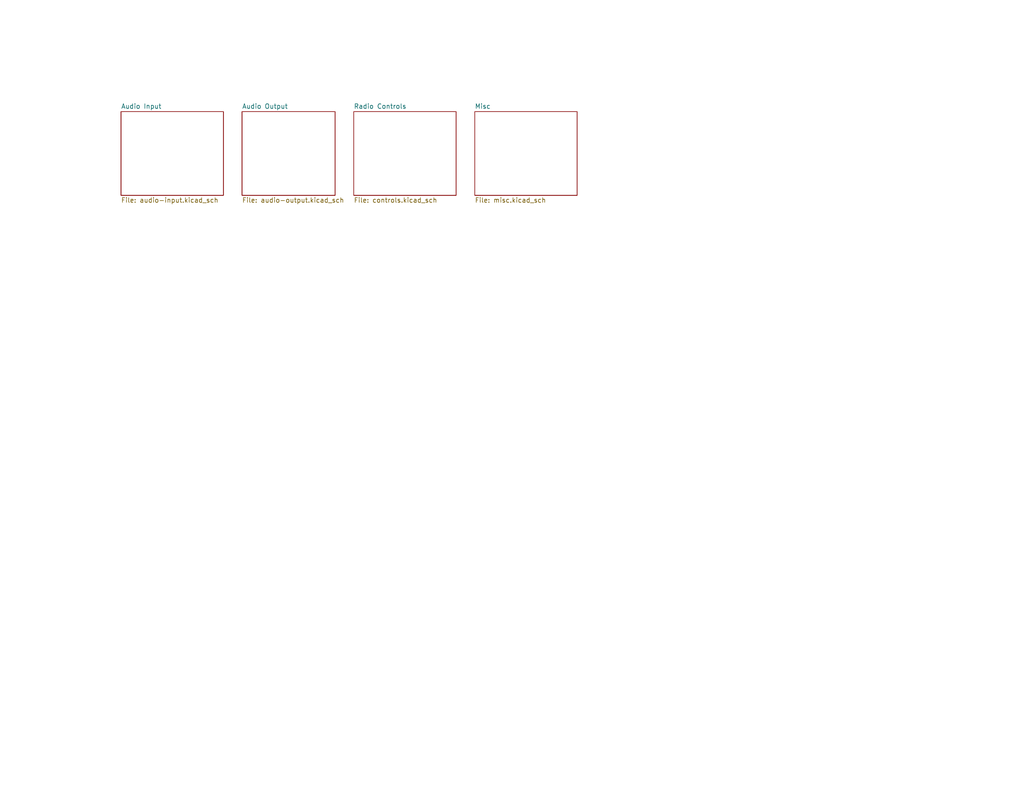
<source format=kicad_sch>
(kicad_sch
	(version 20250114)
	(generator "eeschema")
	(generator_version "9.0")
	(uuid "110f0872-f0f3-48d7-8cc0-6d84dcccd4c0")
	(paper "USLetter")
	(lib_symbols)
	(sheet
		(at 96.52 30.48)
		(size 27.94 22.86)
		(exclude_from_sim no)
		(in_bom yes)
		(on_board yes)
		(dnp no)
		(fields_autoplaced yes)
		(stroke
			(width 0.1524)
			(type solid)
		)
		(fill
			(color 0 0 0 0.0000)
		)
		(uuid "0ec0339f-187c-413f-a3a3-b497acd59b98")
		(property "Sheetname" "Radio Controls"
			(at 96.52 29.7684 0)
			(effects
				(font
					(size 1.27 1.27)
				)
				(justify left bottom)
			)
		)
		(property "Sheetfile" "controls.kicad_sch"
			(at 96.52 53.9246 0)
			(effects
				(font
					(size 1.27 1.27)
				)
				(justify left top)
			)
		)
		(instances
			(project "ri-3"
				(path "/110f0872-f0f3-48d7-8cc0-6d84dcccd4c0"
					(page "4")
				)
			)
		)
	)
	(sheet
		(at 33.02 30.48)
		(size 27.94 22.86)
		(exclude_from_sim no)
		(in_bom yes)
		(on_board yes)
		(dnp no)
		(fields_autoplaced yes)
		(stroke
			(width 0.1524)
			(type solid)
		)
		(fill
			(color 0 0 0 0.0000)
		)
		(uuid "1419ccf2-b5f1-45f2-9e96-4bb7d6eb50d1")
		(property "Sheetname" "Audio Input"
			(at 33.02 29.7684 0)
			(effects
				(font
					(size 1.27 1.27)
				)
				(justify left bottom)
			)
		)
		(property "Sheetfile" "audio-input.kicad_sch"
			(at 33.02 53.9246 0)
			(effects
				(font
					(size 1.27 1.27)
				)
				(justify left top)
			)
		)
		(instances
			(project "ri-3"
				(path "/110f0872-f0f3-48d7-8cc0-6d84dcccd4c0"
					(page "2")
				)
			)
		)
	)
	(sheet
		(at 66.04 30.48)
		(size 25.4 22.86)
		(exclude_from_sim no)
		(in_bom yes)
		(on_board yes)
		(dnp no)
		(fields_autoplaced yes)
		(stroke
			(width 0.1524)
			(type solid)
		)
		(fill
			(color 0 0 0 0.0000)
		)
		(uuid "76d9a10c-315c-4fd3-90a7-478a17975a50")
		(property "Sheetname" "Audio Output"
			(at 66.04 29.7684 0)
			(effects
				(font
					(size 1.27 1.27)
				)
				(justify left bottom)
			)
		)
		(property "Sheetfile" "audio-output.kicad_sch"
			(at 66.04 53.9246 0)
			(effects
				(font
					(size 1.27 1.27)
				)
				(justify left top)
			)
		)
		(instances
			(project "ri-3"
				(path "/110f0872-f0f3-48d7-8cc0-6d84dcccd4c0"
					(page "3")
				)
			)
		)
	)
	(sheet
		(at 129.54 30.48)
		(size 27.94 22.86)
		(exclude_from_sim no)
		(in_bom yes)
		(on_board yes)
		(dnp no)
		(fields_autoplaced yes)
		(stroke
			(width 0.1524)
			(type solid)
		)
		(fill
			(color 0 0 0 0.0000)
		)
		(uuid "8b2a0f15-9fe8-4636-a420-b666c390822d")
		(property "Sheetname" "Misc"
			(at 129.54 29.7684 0)
			(effects
				(font
					(size 1.27 1.27)
				)
				(justify left bottom)
			)
		)
		(property "Sheetfile" "misc.kicad_sch"
			(at 129.54 53.9246 0)
			(effects
				(font
					(size 1.27 1.27)
				)
				(justify left top)
			)
		)
		(instances
			(project "ri-3"
				(path "/110f0872-f0f3-48d7-8cc0-6d84dcccd4c0"
					(page "5")
				)
			)
		)
	)
	(sheet_instances
		(path "/"
			(page "1")
		)
	)
	(embedded_fonts no)
)

</source>
